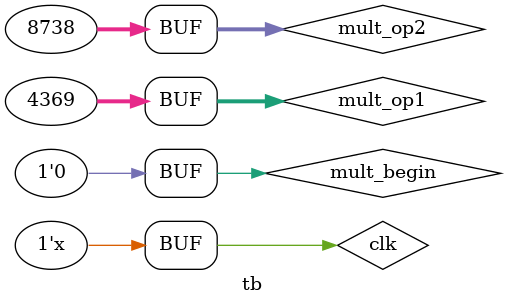
<source format=v>
`timescale 1ns / 1ps

module tb();

    // Inputs
    reg clk;
    reg mult_begin;
    reg [31:0] mult_op1;
    reg [31:0] mult_op2;

    // Outputs
    wire [63:0] product;
    wire mult_end;

    // Instantiate the Unit Under Test (UUT)
    multiply uut (
        .clk(clk), 
        .mult_begin(mult_begin), 
        .mult_op1(mult_op1), 
        .mult_op2(mult_op2), 
        .product(product), 
        .mult_end(mult_end)
    );

    initial begin
        // Initialize Inputs
        clk = 0;
        mult_begin = 0;
        mult_op1 = 0;
        mult_op2 = 0;

        // Wait 100 ns for global reset to finish
        #100;
        mult_op1 = 32'H00001111;
        mult_op2 = 32'H00001111;
        #100;
        mult_begin = 1;
        
        #700
        mult_begin = 0;
        
        
        #100;
        mult_op1 = 32'H00001111;
        mult_op2 = 32'H00002222;
        #100
        mult_begin = 1;
        #500;
        mult_begin = 0;
        
        
        // Add stimulus here
    end
    always #5 clk = ~clk;
endmodule


</source>
